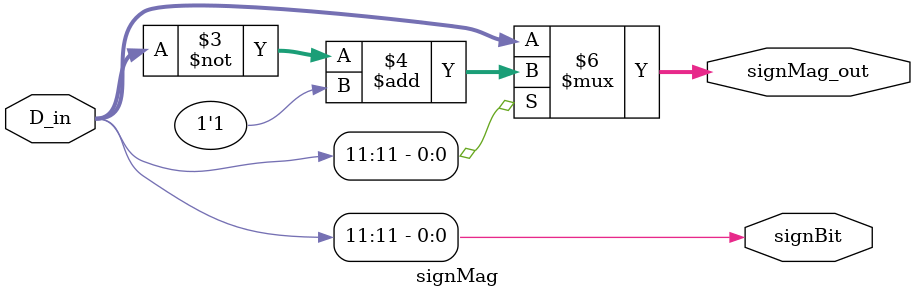
<source format=v>
`timescale 1ns / 1ps

module signMag(
	signBit,
	D_in,
	signMag_out
   );

	output reg signBit;
	input      [11:0] D_in;
	output reg [11:0] signMag_out;
	
	always @ (*) begin
		signBit = D_in[11];
		
		if (D_in[11] == 0) begin
			signMag_out = D_in;
		end else begin
			signMag_out = ~D_in + 1'b1;
		end
	end

endmodule
</source>
